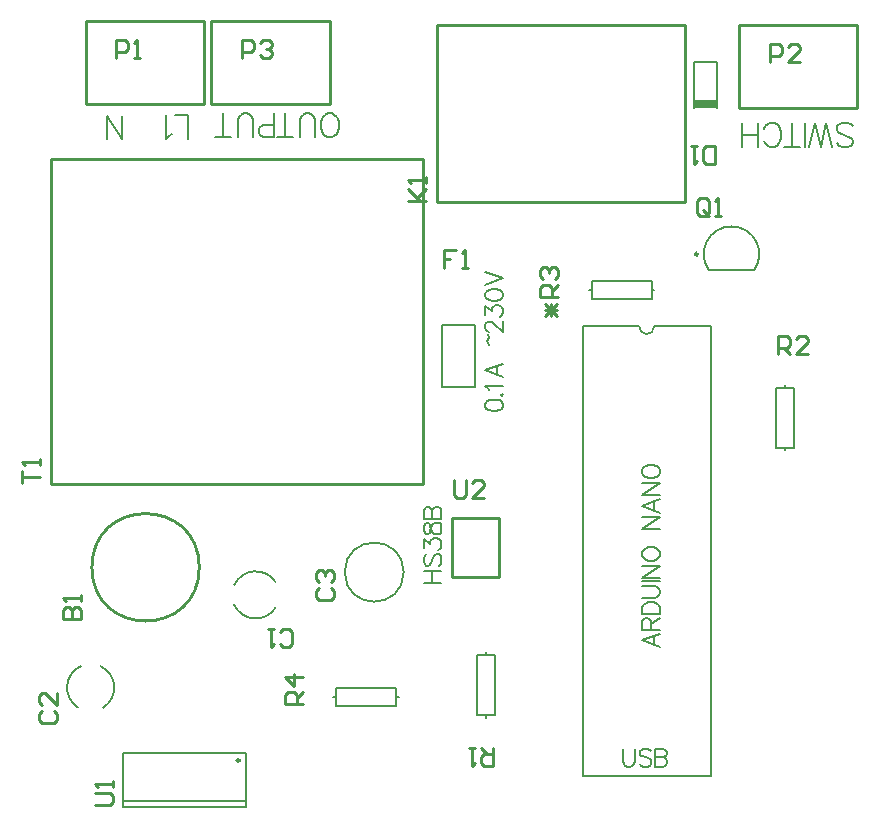
<source format=gto>
G04 Layer_Color=65535*
%FSLAX44Y44*%
%MOMM*%
G71*
G01*
G75*
%ADD28C,0.2000*%
%ADD29C,0.2500*%
%ADD30C,0.2540*%
%ADD31C,0.1540*%
%ADD32R,1.9000X0.8000*%
D28*
X566528Y797828D02*
G03*
X566528Y797828I-25000J0D01*
G01*
X293181Y718213D02*
G03*
X290748Y683159I8317J-18189D01*
G01*
X312248D02*
G03*
X309815Y718213I-10750J16865D01*
G01*
X423009Y770193D02*
G03*
X458063Y767760I18189J8317D01*
G01*
Y789260D02*
G03*
X423009Y786827I-16865J-10750D01*
G01*
X863381Y1053702D02*
G03*
X824705Y1053699I-19339J13352D01*
G01*
X765880Y1005840D02*
G03*
X778580Y1005840I6350J0D01*
G01*
X881380Y954024D02*
X889000D01*
X881380Y903224D02*
Y954024D01*
Y903224D02*
X896620D01*
Y954024D01*
X889000D02*
X896620D01*
X889000Y900938D02*
Y903224D01*
Y954024D02*
Y956310D01*
X509270Y684530D02*
Y692150D01*
Y684530D02*
X560070D01*
Y699770D01*
X509270D02*
X560070D01*
X509270Y692150D02*
Y699770D01*
X560070Y692150D02*
X562356D01*
X506984D02*
X509270D01*
X329000Y603880D02*
X433000D01*
X433000Y598880D02*
Y644880D01*
X329000D02*
X433000D01*
X329000Y598880D02*
Y644880D01*
Y598880D02*
X433000D01*
X626902Y954194D02*
Y1007194D01*
X598902Y954194D02*
Y1007194D01*
Y954194D02*
X626902D01*
X598902Y1007194D02*
X626902D01*
X636270Y676910D02*
X643890D01*
Y727710D01*
X628650D02*
X643890D01*
X628650Y676910D02*
Y727710D01*
Y676910D02*
X636270D01*
Y727710D02*
Y729996D01*
Y674624D02*
Y676910D01*
X725678Y1028954D02*
Y1036574D01*
Y1028954D02*
X776478D01*
Y1044194D01*
X725678D02*
X776478D01*
X725678Y1036574D02*
Y1044194D01*
X776478Y1036574D02*
X778764D01*
X723392D02*
X725678D01*
X824705Y1053704D02*
X863379D01*
X812570Y1229982D02*
X831570D01*
Y1190982D02*
Y1229982D01*
X812570Y1190982D02*
Y1229982D01*
X718080Y1005840D02*
X765880D01*
X778580D02*
X826380D01*
Y624840D02*
Y1005840D01*
X718080Y624840D02*
X826380D01*
X718080D02*
Y1005840D01*
D29*
X427750Y638380D02*
G03*
X427750Y638380I-1250J0D01*
G01*
X815792Y1067054D02*
G03*
X815792Y1067054I-1250J0D01*
G01*
D30*
X393446Y801878D02*
G03*
X393446Y801878I-45466J0D01*
G01*
X297110Y1194280D02*
X397110D01*
X297110Y1264280D02*
X397110D01*
X297110Y1194280D02*
Y1264280D01*
X397110Y1194280D02*
Y1264280D01*
X950322Y1190982D02*
Y1260982D01*
X850322Y1190982D02*
Y1260982D01*
X950322D01*
X850322Y1190982D02*
X950322D01*
X403752Y1194280D02*
X503752D01*
X403752Y1264280D02*
X503752D01*
X403752Y1194280D02*
Y1264280D01*
X503752Y1194280D02*
Y1264280D01*
X267910Y1147190D02*
X582910D01*
X267910Y872190D02*
X582910D01*
Y1147190D01*
X267910Y872190D02*
Y1147190D01*
X607380Y793750D02*
Y843750D01*
X647380Y793750D02*
Y843750D01*
X607380Y793750D02*
X647380D01*
X607380Y843750D02*
X647380D01*
X594666Y1110982D02*
Y1260982D01*
X804666Y1110982D02*
Y1260982D01*
X594666D02*
X804666D01*
X594666Y1110982D02*
X804666D01*
X883031Y982345D02*
Y997580D01*
X890648D01*
X893188Y995041D01*
Y989962D01*
X890648Y987423D01*
X883031D01*
X888109D02*
X893188Y982345D01*
X908423D02*
X898266D01*
X908423Y992502D01*
Y995041D01*
X905884Y997580D01*
X900805D01*
X898266Y995041D01*
X480949Y686181D02*
X465714D01*
Y693799D01*
X468253Y696338D01*
X473331D01*
X475871Y693799D01*
Y686181D01*
Y691259D02*
X480949Y696338D01*
Y709034D02*
X465714D01*
X473331Y701416D01*
Y711573D01*
X495177Y784476D02*
X492638Y781936D01*
Y776858D01*
X495177Y774319D01*
X505334D01*
X507873Y776858D01*
Y781936D01*
X505334Y784476D01*
X495177Y789554D02*
X492638Y792093D01*
Y797172D01*
X495177Y799711D01*
X497716D01*
X500256Y797172D01*
Y794632D01*
Y797172D01*
X502795Y799711D01*
X505334D01*
X507873Y797172D01*
Y792093D01*
X505334Y789554D01*
X305186Y600329D02*
X317882D01*
X320421Y602868D01*
Y607947D01*
X317882Y610486D01*
X305186D01*
X320421Y615564D02*
Y620642D01*
Y618103D01*
X305186D01*
X307725Y615564D01*
X243718Y873379D02*
Y883536D01*
Y878457D01*
X258953D01*
Y888614D02*
Y893692D01*
Y891153D01*
X243718D01*
X246257Y888614D01*
X278262Y757809D02*
X293497D01*
Y765426D01*
X290958Y767966D01*
X288419D01*
X285879Y765426D01*
Y757809D01*
Y765426D01*
X283340Y767966D01*
X280801D01*
X278262Y765426D01*
Y757809D01*
X293497Y773044D02*
Y778122D01*
Y775583D01*
X278262D01*
X280801Y773044D01*
X323253Y1233043D02*
Y1248278D01*
X330871D01*
X333410Y1245739D01*
Y1240660D01*
X330871Y1238121D01*
X323253D01*
X338488Y1233043D02*
X343566D01*
X341027D01*
Y1248278D01*
X338488Y1245739D01*
X610486Y1070224D02*
X600329D01*
Y1062607D01*
X605407D01*
X600329D01*
Y1054989D01*
X615564D02*
X620642D01*
X618103D01*
Y1070224D01*
X615564Y1067685D01*
X260227Y679828D02*
X257688Y677289D01*
Y672210D01*
X260227Y669671D01*
X270384D01*
X272923Y672210D01*
Y677289D01*
X270384Y679828D01*
X272923Y695063D02*
Y684906D01*
X262766Y695063D01*
X260227D01*
X257688Y692524D01*
Y687445D01*
X260227Y684906D01*
X461394Y737239D02*
X463933Y734700D01*
X469012D01*
X471551Y737239D01*
Y747396D01*
X469012Y749935D01*
X463933D01*
X461394Y747396D01*
X456316Y749935D02*
X451238D01*
X453777D01*
Y734700D01*
X456316Y737239D01*
X642239Y648589D02*
Y633354D01*
X634622D01*
X632082Y635893D01*
Y640972D01*
X634622Y643511D01*
X642239D01*
X637161D02*
X632082Y648589D01*
X627004D02*
X621926D01*
X624465D01*
Y633354D01*
X627004Y635893D01*
X608711Y876168D02*
Y863472D01*
X611250Y860933D01*
X616329D01*
X618868Y863472D01*
Y876168D01*
X634103Y860933D02*
X623946D01*
X634103Y871090D01*
Y873629D01*
X631564Y876168D01*
X626485D01*
X623946Y873629D01*
X876465Y1229745D02*
Y1244980D01*
X884082D01*
X886622Y1242441D01*
Y1237363D01*
X884082Y1234823D01*
X876465D01*
X901857Y1229745D02*
X891700D01*
X901857Y1239902D01*
Y1242441D01*
X899318Y1244980D01*
X894239D01*
X891700Y1242441D01*
X429895Y1233043D02*
Y1248278D01*
X437513D01*
X440052Y1245739D01*
Y1240660D01*
X437513Y1238121D01*
X429895D01*
X445130Y1245739D02*
X447669Y1248278D01*
X452748D01*
X455287Y1245739D01*
Y1243200D01*
X452748Y1240660D01*
X450208D01*
X452748D01*
X455287Y1238121D01*
Y1235582D01*
X452748Y1233043D01*
X447669D01*
X445130Y1235582D01*
X697357Y1030605D02*
X682122D01*
Y1038223D01*
X684661Y1040762D01*
X689740D01*
X692279Y1038223D01*
Y1030605D01*
Y1035683D02*
X697357Y1040762D01*
X684661Y1045840D02*
X682122Y1048379D01*
Y1053458D01*
X684661Y1055997D01*
X687200D01*
X689740Y1053458D01*
Y1050918D01*
Y1053458D01*
X692279Y1055997D01*
X694818D01*
X697357Y1053458D01*
Y1048379D01*
X694818Y1045840D01*
X824862Y1101978D02*
Y1112135D01*
X822322Y1114674D01*
X817244D01*
X814705Y1112135D01*
Y1101978D01*
X817244Y1099439D01*
X822322D01*
X819783Y1104517D02*
X824862Y1099439D01*
X822322D02*
X824862Y1101978D01*
X829940Y1099439D02*
X835018D01*
X832479D01*
Y1114674D01*
X829940Y1112135D01*
X830071Y1143558D02*
Y1158793D01*
X822453D01*
X819914Y1156254D01*
Y1146097D01*
X822453Y1143558D01*
X830071D01*
X814836Y1158793D02*
X809758D01*
X812297D01*
Y1143558D01*
X814836Y1146097D01*
X570488Y1112139D02*
X585723D01*
X580645D01*
X570488Y1122296D01*
X578106Y1114678D01*
X585723Y1122296D01*
Y1127374D02*
Y1132452D01*
Y1129913D01*
X570488D01*
X573027Y1127374D01*
X686194Y1024632D02*
X696351Y1014475D01*
X686194D02*
X696351Y1024632D01*
X686194Y1019554D02*
X696351D01*
X691272Y1014475D02*
Y1024632D01*
D31*
X752094Y648219D02*
Y637507D01*
X752808Y635364D01*
X754236Y633936D01*
X756379Y633222D01*
X757807D01*
X759949Y633936D01*
X761378Y635364D01*
X762092Y637507D01*
Y648219D01*
X776232Y646076D02*
X774803Y647505D01*
X772661Y648219D01*
X769805D01*
X767662Y647505D01*
X766234Y646076D01*
Y644648D01*
X766948Y643220D01*
X767662Y642506D01*
X769090Y641792D01*
X773375Y640363D01*
X774803Y639649D01*
X775518Y638935D01*
X776232Y637507D01*
Y635364D01*
X774803Y633936D01*
X772661Y633222D01*
X769805D01*
X767662Y633936D01*
X766234Y635364D01*
X779588Y648219D02*
Y633222D01*
Y648219D02*
X786015D01*
X788158Y647505D01*
X788872Y646790D01*
X789586Y645362D01*
Y643934D01*
X788872Y642506D01*
X788158Y641792D01*
X786015Y641077D01*
X779588D02*
X786015D01*
X788158Y640363D01*
X788872Y639649D01*
X789586Y638221D01*
Y636078D01*
X788872Y634650D01*
X788158Y633936D01*
X786015Y633222D01*
X779588D01*
X783336Y745740D02*
X768339Y740027D01*
X783336Y734314D01*
X778337Y736456D02*
Y743598D01*
X768339Y749239D02*
X783336D01*
X768339D02*
Y755667D01*
X769053Y757809D01*
X769768Y758523D01*
X771196Y759237D01*
X772624D01*
X774052Y758523D01*
X774766Y757809D01*
X775480Y755667D01*
Y749239D01*
Y754238D02*
X783336Y759237D01*
X768339Y762594D02*
X783336D01*
X768339D02*
Y767593D01*
X769053Y769735D01*
X770482Y771163D01*
X771910Y771877D01*
X774052Y772591D01*
X777623D01*
X779765Y771877D01*
X781194Y771163D01*
X782622Y769735D01*
X783336Y767593D01*
Y762594D01*
X768339Y775948D02*
X779051D01*
X781194Y776662D01*
X782622Y778090D01*
X783336Y780233D01*
Y781661D01*
X782622Y783803D01*
X781194Y785232D01*
X779051Y785946D01*
X768339D01*
Y790088D02*
X783336D01*
X768339Y793230D02*
X783336D01*
X768339D02*
X783336Y803228D01*
X768339D02*
X783336D01*
X768339Y811655D02*
X769053Y810226D01*
X770482Y808798D01*
X771910Y808084D01*
X774052Y807370D01*
X777623D01*
X779765Y808084D01*
X781194Y808798D01*
X782622Y810226D01*
X783336Y811655D01*
Y814511D01*
X782622Y815939D01*
X781194Y817368D01*
X779765Y818082D01*
X777623Y818796D01*
X774052D01*
X771910Y818082D01*
X770482Y817368D01*
X769053Y815939D01*
X768339Y814511D01*
Y811655D01*
Y834078D02*
X783336D01*
X768339D02*
X783336Y844076D01*
X768339D02*
X783336D01*
Y859644D02*
X768339Y853931D01*
X783336Y848218D01*
X778337Y850360D02*
Y857502D01*
X768339Y863143D02*
X783336D01*
X768339D02*
X783336Y873141D01*
X768339D02*
X783336D01*
X768339Y881568D02*
X769053Y880140D01*
X770482Y878712D01*
X771910Y877998D01*
X774052Y877283D01*
X777623D01*
X779765Y877998D01*
X781194Y878712D01*
X782622Y880140D01*
X783336Y881568D01*
Y884425D01*
X782622Y885853D01*
X781194Y887281D01*
X779765Y887995D01*
X777623Y888709D01*
X774052D01*
X771910Y887995D01*
X770482Y887281D01*
X769053Y885853D01*
X768339Y884425D01*
Y881568D01*
X583427Y788924D02*
X598424D01*
X583427Y798922D02*
X598424D01*
X590569Y788924D02*
Y798922D01*
X585570Y813062D02*
X584141Y811633D01*
X583427Y809491D01*
Y806635D01*
X584141Y804492D01*
X585570Y803064D01*
X586998D01*
X588426Y803778D01*
X589140Y804492D01*
X589854Y805920D01*
X591283Y810205D01*
X591997Y811633D01*
X592711Y812347D01*
X594139Y813062D01*
X596282D01*
X597710Y811633D01*
X598424Y809491D01*
Y806635D01*
X597710Y804492D01*
X596282Y803064D01*
X583427Y817846D02*
Y825702D01*
X589140Y821417D01*
Y823559D01*
X589854Y824988D01*
X590569Y825702D01*
X592711Y826416D01*
X594139D01*
X596282Y825702D01*
X597710Y824274D01*
X598424Y822131D01*
Y819989D01*
X597710Y817846D01*
X596996Y817132D01*
X595568Y816418D01*
X583427Y833343D02*
X584141Y831201D01*
X585570Y830487D01*
X586998D01*
X588426Y831201D01*
X589140Y832629D01*
X589854Y835486D01*
X590569Y837628D01*
X591997Y839056D01*
X593425Y839770D01*
X595568D01*
X596996Y839056D01*
X597710Y838342D01*
X598424Y836200D01*
Y833343D01*
X597710Y831201D01*
X596996Y830487D01*
X595568Y829772D01*
X593425D01*
X591997Y830487D01*
X590569Y831915D01*
X589854Y834057D01*
X589140Y836914D01*
X588426Y838342D01*
X586998Y839056D01*
X585570D01*
X584141Y838342D01*
X583427Y836200D01*
Y833343D01*
Y843127D02*
X598424D01*
X583427D02*
Y849554D01*
X584141Y851696D01*
X584855Y852410D01*
X586284Y853124D01*
X587712D01*
X589140Y852410D01*
X589854Y851696D01*
X590569Y849554D01*
Y843127D02*
Y849554D01*
X591283Y851696D01*
X591997Y852410D01*
X593425Y853124D01*
X595568D01*
X596996Y852410D01*
X597710Y851696D01*
X598424Y849554D01*
Y843127D01*
X635497Y938243D02*
X636211Y936100D01*
X638354Y934672D01*
X641924Y933958D01*
X644067D01*
X647637Y934672D01*
X649780Y936100D01*
X650494Y938243D01*
Y939671D01*
X649780Y941814D01*
X647637Y943242D01*
X644067Y943956D01*
X641924D01*
X638354Y943242D01*
X636211Y941814D01*
X635497Y939671D01*
Y938243D01*
X649066Y948026D02*
X649780Y947312D01*
X650494Y948026D01*
X649780Y948740D01*
X649066Y948026D01*
X638354Y952026D02*
X637640Y953454D01*
X635497Y955596D01*
X650494D01*
Y974449D02*
X635497Y968736D01*
X650494Y963023D01*
X645495Y965166D02*
Y972307D01*
X639068Y989732D02*
X636926Y993302D01*
X639068Y996159D01*
X637640Y999016D01*
X639068Y1001443D02*
X638354D01*
X636926Y1002158D01*
X636211Y1002872D01*
X635497Y1004300D01*
Y1007157D01*
X636211Y1008585D01*
X636926Y1009299D01*
X638354Y1010013D01*
X639782D01*
X641210Y1009299D01*
X643353Y1007871D01*
X650494Y1000729D01*
Y1010727D01*
X635497Y1015512D02*
Y1023367D01*
X641210Y1019083D01*
Y1021225D01*
X641924Y1022653D01*
X642638Y1023367D01*
X644781Y1024081D01*
X646209D01*
X648352Y1023367D01*
X649780Y1021939D01*
X650494Y1019797D01*
Y1017654D01*
X649780Y1015512D01*
X649066Y1014798D01*
X647637Y1014084D01*
X635497Y1031723D02*
X636211Y1029580D01*
X638354Y1028152D01*
X641924Y1027438D01*
X644067D01*
X647637Y1028152D01*
X649780Y1029580D01*
X650494Y1031723D01*
Y1033151D01*
X649780Y1035293D01*
X647637Y1036722D01*
X644067Y1037436D01*
X641924D01*
X638354Y1036722D01*
X636211Y1035293D01*
X635497Y1033151D01*
Y1031723D01*
Y1040792D02*
X650494Y1046505D01*
X635497Y1052218D02*
X650494Y1046505D01*
X933581Y1160913D02*
X935486Y1159008D01*
X938342Y1158056D01*
X942151D01*
X945008Y1159008D01*
X946912Y1160913D01*
Y1162817D01*
X945960Y1164722D01*
X945008Y1165674D01*
X943103Y1166626D01*
X937390Y1168530D01*
X935486Y1169482D01*
X934534Y1170435D01*
X933581Y1172339D01*
Y1175195D01*
X935486Y1177100D01*
X938342Y1178052D01*
X942151D01*
X945008Y1177100D01*
X946912Y1175195D01*
X929106Y1158056D02*
X924345Y1178052D01*
X919585Y1158056D02*
X924345Y1178052D01*
X919585Y1158056D02*
X914824Y1178052D01*
X910063Y1158056D02*
X914824Y1178052D01*
X906064Y1158056D02*
Y1178052D01*
X895209Y1158056D02*
Y1178052D01*
X901874Y1158056D02*
X888543D01*
X871880Y1162817D02*
X872833Y1160913D01*
X874737Y1159008D01*
X876641Y1158056D01*
X880450D01*
X882354Y1159008D01*
X884259Y1160913D01*
X885211Y1162817D01*
X886163Y1165674D01*
Y1170435D01*
X885211Y1173291D01*
X884259Y1175195D01*
X882354Y1177100D01*
X880450Y1178052D01*
X876641D01*
X874737Y1177100D01*
X872833Y1175195D01*
X871880Y1173291D01*
X866263Y1158056D02*
Y1178052D01*
X852932Y1158056D02*
Y1178052D01*
X866263Y1167578D02*
X852932D01*
X505843Y1166184D02*
X507747Y1167137D01*
X509652Y1169041D01*
X510604Y1170945D01*
X511556Y1173802D01*
Y1178563D01*
X510604Y1181419D01*
X509652Y1183324D01*
X507747Y1185228D01*
X505843Y1186180D01*
X502034D01*
X500130Y1185228D01*
X498226Y1183324D01*
X497273Y1181419D01*
X496321Y1178563D01*
Y1173802D01*
X497273Y1170945D01*
X498226Y1169041D01*
X500130Y1167137D01*
X502034Y1166184D01*
X505843D01*
X491656D02*
Y1180467D01*
X490703Y1183324D01*
X488799Y1185228D01*
X485942Y1186180D01*
X484038D01*
X481181Y1185228D01*
X479277Y1183324D01*
X478325Y1180467D01*
Y1166184D01*
X466137D02*
Y1186180D01*
X472802Y1166184D02*
X459472D01*
X457091Y1176658D02*
X448522D01*
X445665Y1175706D01*
X444713Y1174754D01*
X443761Y1172850D01*
Y1169993D01*
X444713Y1168089D01*
X445665Y1167137D01*
X448522Y1166184D01*
X457091D01*
Y1186180D01*
X439286Y1166184D02*
Y1180467D01*
X438334Y1183324D01*
X436429Y1185228D01*
X433573Y1186180D01*
X431668D01*
X428812Y1185228D01*
X426907Y1183324D01*
X425955Y1180467D01*
Y1166184D01*
X413767D02*
Y1186180D01*
X420433Y1166184D02*
X407102D01*
X328422Y1164152D02*
Y1184148D01*
Y1164152D02*
X315091Y1184148D01*
Y1164152D02*
Y1184148D01*
X384048Y1164914D02*
Y1184910D01*
X372622D01*
X370432Y1168723D02*
X368527Y1167771D01*
X365671Y1164914D01*
Y1184910D01*
D32*
X822070Y1193982D02*
D03*
M02*

</source>
